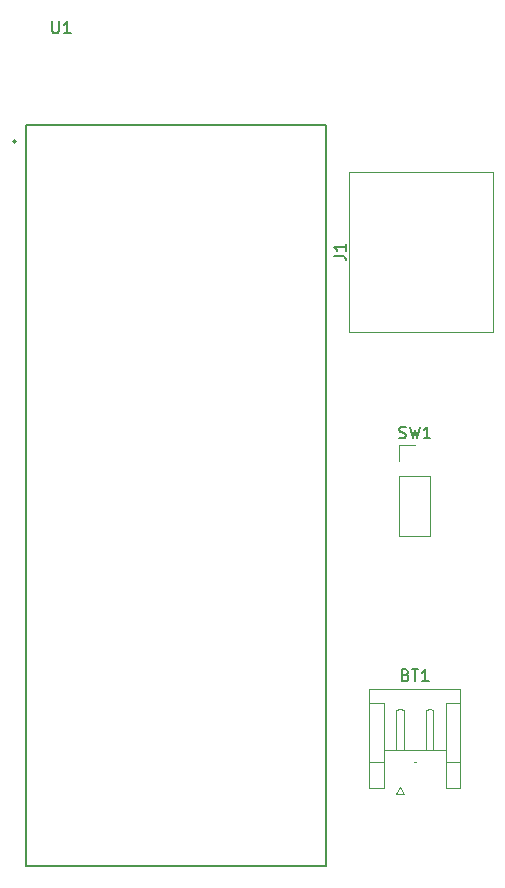
<source format=gbr>
%TF.GenerationSoftware,KiCad,Pcbnew,8.0.7*%
%TF.CreationDate,2025-02-28T11:10:52-08:00*%
%TF.ProjectId,Untitled,556e7469-746c-4656-942e-6b696361645f,rev?*%
%TF.SameCoordinates,Original*%
%TF.FileFunction,Legend,Top*%
%TF.FilePolarity,Positive*%
%FSLAX46Y46*%
G04 Gerber Fmt 4.6, Leading zero omitted, Abs format (unit mm)*
G04 Created by KiCad (PCBNEW 8.0.7) date 2025-02-28 11:10:52*
%MOMM*%
%LPD*%
G01*
G04 APERTURE LIST*
%ADD10C,0.150000*%
%ADD11C,0.127000*%
%ADD12C,0.200000*%
%ADD13C,0.120000*%
G04 APERTURE END LIST*
D10*
X143283095Y-63979819D02*
X143283095Y-64789342D01*
X143283095Y-64789342D02*
X143330714Y-64884580D01*
X143330714Y-64884580D02*
X143378333Y-64932200D01*
X143378333Y-64932200D02*
X143473571Y-64979819D01*
X143473571Y-64979819D02*
X143664047Y-64979819D01*
X143664047Y-64979819D02*
X143759285Y-64932200D01*
X143759285Y-64932200D02*
X143806904Y-64884580D01*
X143806904Y-64884580D02*
X143854523Y-64789342D01*
X143854523Y-64789342D02*
X143854523Y-63979819D01*
X144854523Y-64979819D02*
X144283095Y-64979819D01*
X144568809Y-64979819D02*
X144568809Y-63979819D01*
X144568809Y-63979819D02*
X144473571Y-64122676D01*
X144473571Y-64122676D02*
X144378333Y-64217914D01*
X144378333Y-64217914D02*
X144283095Y-64265533D01*
X172666667Y-99247200D02*
X172809524Y-99294819D01*
X172809524Y-99294819D02*
X173047619Y-99294819D01*
X173047619Y-99294819D02*
X173142857Y-99247200D01*
X173142857Y-99247200D02*
X173190476Y-99199580D01*
X173190476Y-99199580D02*
X173238095Y-99104342D01*
X173238095Y-99104342D02*
X173238095Y-99009104D01*
X173238095Y-99009104D02*
X173190476Y-98913866D01*
X173190476Y-98913866D02*
X173142857Y-98866247D01*
X173142857Y-98866247D02*
X173047619Y-98818628D01*
X173047619Y-98818628D02*
X172857143Y-98771009D01*
X172857143Y-98771009D02*
X172761905Y-98723390D01*
X172761905Y-98723390D02*
X172714286Y-98675771D01*
X172714286Y-98675771D02*
X172666667Y-98580533D01*
X172666667Y-98580533D02*
X172666667Y-98485295D01*
X172666667Y-98485295D02*
X172714286Y-98390057D01*
X172714286Y-98390057D02*
X172761905Y-98342438D01*
X172761905Y-98342438D02*
X172857143Y-98294819D01*
X172857143Y-98294819D02*
X173095238Y-98294819D01*
X173095238Y-98294819D02*
X173238095Y-98342438D01*
X173571429Y-98294819D02*
X173809524Y-99294819D01*
X173809524Y-99294819D02*
X174000000Y-98580533D01*
X174000000Y-98580533D02*
X174190476Y-99294819D01*
X174190476Y-99294819D02*
X174428572Y-98294819D01*
X175333333Y-99294819D02*
X174761905Y-99294819D01*
X175047619Y-99294819D02*
X175047619Y-98294819D01*
X175047619Y-98294819D02*
X174952381Y-98437676D01*
X174952381Y-98437676D02*
X174857143Y-98532914D01*
X174857143Y-98532914D02*
X174761905Y-98580533D01*
X167154819Y-83833333D02*
X167869104Y-83833333D01*
X167869104Y-83833333D02*
X168011961Y-83880952D01*
X168011961Y-83880952D02*
X168107200Y-83976190D01*
X168107200Y-83976190D02*
X168154819Y-84119047D01*
X168154819Y-84119047D02*
X168154819Y-84214285D01*
X168154819Y-82833333D02*
X168154819Y-83404761D01*
X168154819Y-83119047D02*
X167154819Y-83119047D01*
X167154819Y-83119047D02*
X167297676Y-83214285D01*
X167297676Y-83214285D02*
X167392914Y-83309523D01*
X167392914Y-83309523D02*
X167440533Y-83404761D01*
X173214285Y-119313509D02*
X173357142Y-119361128D01*
X173357142Y-119361128D02*
X173404761Y-119408747D01*
X173404761Y-119408747D02*
X173452380Y-119503985D01*
X173452380Y-119503985D02*
X173452380Y-119646842D01*
X173452380Y-119646842D02*
X173404761Y-119742080D01*
X173404761Y-119742080D02*
X173357142Y-119789700D01*
X173357142Y-119789700D02*
X173261904Y-119837319D01*
X173261904Y-119837319D02*
X172880952Y-119837319D01*
X172880952Y-119837319D02*
X172880952Y-118837319D01*
X172880952Y-118837319D02*
X173214285Y-118837319D01*
X173214285Y-118837319D02*
X173309523Y-118884938D01*
X173309523Y-118884938D02*
X173357142Y-118932557D01*
X173357142Y-118932557D02*
X173404761Y-119027795D01*
X173404761Y-119027795D02*
X173404761Y-119123033D01*
X173404761Y-119123033D02*
X173357142Y-119218271D01*
X173357142Y-119218271D02*
X173309523Y-119265890D01*
X173309523Y-119265890D02*
X173214285Y-119313509D01*
X173214285Y-119313509D02*
X172880952Y-119313509D01*
X173738095Y-118837319D02*
X174309523Y-118837319D01*
X174023809Y-119837319D02*
X174023809Y-118837319D01*
X175166666Y-119837319D02*
X174595238Y-119837319D01*
X174880952Y-119837319D02*
X174880952Y-118837319D01*
X174880952Y-118837319D02*
X174785714Y-118980176D01*
X174785714Y-118980176D02*
X174690476Y-119075414D01*
X174690476Y-119075414D02*
X174595238Y-119123033D01*
D11*
%TO.C,U1*%
X141120000Y-135500000D02*
X141120000Y-72760000D01*
X141120000Y-72760000D02*
X166520000Y-72760000D01*
X166520000Y-72760000D02*
X166520000Y-135500000D01*
X166520000Y-135500000D02*
X141120000Y-135500000D01*
D12*
X140204000Y-74158000D02*
G75*
G02*
X140004000Y-74158000I-100000J0D01*
G01*
X140004000Y-74158000D02*
G75*
G02*
X140204000Y-74158000I100000J0D01*
G01*
D13*
%TO.C,SW1*%
X172670000Y-99840000D02*
X174000000Y-99840000D01*
X172670000Y-101170000D02*
X172670000Y-99840000D01*
X172670000Y-102440000D02*
X172670000Y-107580000D01*
X172670000Y-102440000D02*
X175330000Y-102440000D01*
X172670000Y-107580000D02*
X175330000Y-107580000D01*
X175330000Y-102440000D02*
X175330000Y-107580000D01*
%TO.C,J1*%
X168400000Y-90300000D02*
X180600000Y-90300000D01*
X168400000Y-90300000D02*
X168400000Y-76700000D01*
X180600000Y-76700000D02*
X180600000Y-90300000D01*
X180600000Y-76700000D02*
X168400000Y-76700000D01*
%TO.C,BT1*%
X170140000Y-120472500D02*
X177860000Y-120472500D01*
X170140000Y-121692500D02*
X171360000Y-121692500D01*
X170140000Y-128892500D02*
X170140000Y-120472500D01*
X171360000Y-121692500D02*
X171360000Y-126692500D01*
X171360000Y-125692500D02*
X176640000Y-125692500D01*
X171360000Y-126692500D02*
X170140000Y-126692500D01*
X171360000Y-126692500D02*
X171360000Y-128892500D01*
X171360000Y-128892500D02*
X170140000Y-128892500D01*
X172430000Y-122272500D02*
X172750000Y-122192500D01*
X172430000Y-125692500D02*
X172430000Y-122272500D01*
X172450000Y-129382500D02*
X173050000Y-129382500D01*
X172750000Y-122192500D02*
X173070000Y-122272500D01*
X172750000Y-125692500D02*
X172430000Y-125692500D01*
X172750000Y-128782500D02*
X172450000Y-129382500D01*
X173050000Y-129382500D02*
X172750000Y-128782500D01*
X173070000Y-122272500D02*
X173070000Y-125692500D01*
X173070000Y-125692500D02*
X172750000Y-125692500D01*
X173920000Y-126692500D02*
X174080000Y-126692500D01*
X174930000Y-122272500D02*
X175250000Y-122192500D01*
X174930000Y-125692500D02*
X174930000Y-122272500D01*
X175250000Y-122192500D02*
X175570000Y-122272500D01*
X175250000Y-125692500D02*
X174930000Y-125692500D01*
X175570000Y-122272500D02*
X175570000Y-125692500D01*
X175570000Y-125692500D02*
X175250000Y-125692500D01*
X176640000Y-121692500D02*
X176640000Y-126692500D01*
X176640000Y-126692500D02*
X177860000Y-126692500D01*
X176640000Y-128892500D02*
X176640000Y-126692500D01*
X177860000Y-120472500D02*
X177860000Y-128892500D01*
X177860000Y-121692500D02*
X176640000Y-121692500D01*
X177860000Y-128892500D02*
X176640000Y-128892500D01*
%TD*%
M02*

</source>
